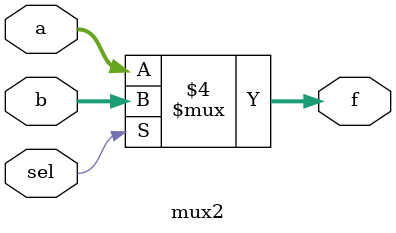
<source format=sv>
module mux2 #(parameter width = 32)
(
	input sel,
	input [width-1:0] a, b,
	output logic [width-1:0] f
);

	always_comb
	begin
		if (sel == 0)
			f = a;
		else
			f = b;
	end


endmodule // mux2
</source>
